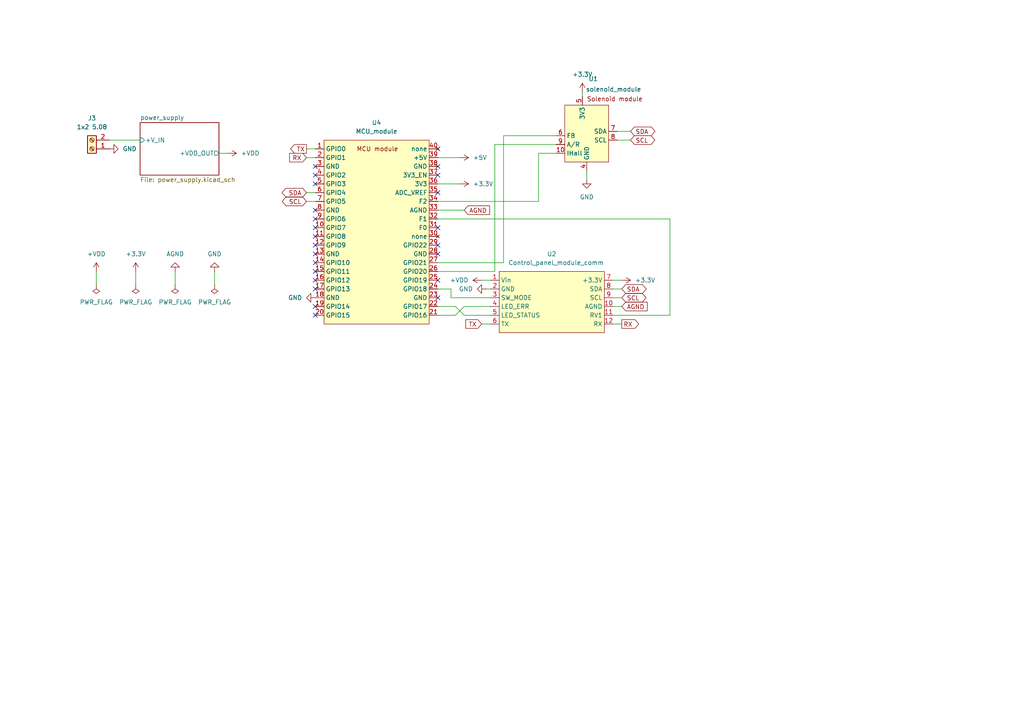
<source format=kicad_sch>
(kicad_sch (version 20250114) (generator "eeschema") (generator_version "9.0")
  (paper "A4")
  (lib_symbols
    (symbol "Connector:Screw_Terminal_01x02" (pin_names (offset 1.016) (hide yes))
      (property "Reference" "J" (at 0 2.54 0))
      (property "Value" "Screw_Terminal_01x02" (at 0 -5.08 0))
      (symbol "Screw_Terminal_01x02_1_1"
        (rectangle (start -1.27 1.27) (end 1.27 -3.81) (stroke (width 0.254)) (fill (type background)))
        (polyline (pts (xy -0.5334 0.3302) (xy 0.3302 -0.508)) (stroke (width 0.1524)))
        (polyline (pts (xy -0.5334 -2.2098) (xy 0.3302 -3.048)) (stroke (width 0.1524)))
        (polyline (pts (xy -0.3556 0.508) (xy 0.508 -0.3302)) (stroke (width 0.1524)))
        (polyline (pts (xy -0.3556 -2.032) (xy 0.508 -2.8702)) (stroke (width 0.1524)))
        (circle (center 0 0) (radius 0.635) (stroke (width 0.1524)))
        (circle (center 0 -2.54) (radius 0.635) (stroke (width 0.1524)))
        (pin passive line (at -5.08 0 0) (length 3.81) (name "Pin_1") (number "1"))
        (pin passive line (at -5.08 -2.54 0) (length 3.81) (name "Pin_2") (number "2"))
      )
    )
    (symbol "MCU_module:MCU_module"
      (property "Reference" "U" (at 0 29.464 0))
      (property "Value" "MCU_module" (at 0 0 0))
      (symbol "MCU_module_0_1"
        (rectangle (start -15.24 27.94) (end 15.24 -25.4) (fill (type background)))
      )
      (symbol "MCU_module_1_0"
        (text "MCU module\n" (at 0.254 25.4 0) (effects (font (size 1.27 1.27))))
      )
      (symbol "MCU_module_1_1"
        (pin bidirectional line (at -17.78 25.4 0) (length 2.54) (name "GPIO0") (number "1"))
        (pin bidirectional line (at -17.78 22.86 0) (length 2.54) (name "GPIO1") (number "2"))
        (pin power_in line (at -17.78 20.32 0) (length 2.54) (name "GND") (number "3"))
        (pin bidirectional line (at -17.78 17.78 0) (length 2.54) (name "GPIO2") (number "4"))
        (pin bidirectional line (at -17.78 15.24 0) (length 2.54) (name "GPIO3") (number "5"))
        (pin bidirectional line (at -17.78 12.7 0) (length 2.54) (name "GPIO4") (number "6"))
        (pin bidirectional line (at -17.78 10.16 0) (length 2.54) (name "GPIO5") (number "7"))
        (pin power_in line (at -17.78 7.62 0) (length 2.54) (name "GND") (number "8"))
        (pin bidirectional line (at -17.78 5.08 0) (length 2.54) (name "GPIO6") (number "9"))
        (pin bidirectional line (at -17.78 2.54 0) (length 2.54) (name "GPIO7") (number "10"))
        (pin bidirectional line (at -17.78 0 0) (length 2.54) (name "GPIO8") (number "11"))
        (pin bidirectional line (at -17.78 -2.54 0) (length 2.54) (name "GPIO9") (number "12"))
        (pin power_in line (at -17.78 -5.08 0) (length 2.54) (name "GND") (number "13"))
        (pin bidirectional line (at -17.78 -7.62 0) (length 2.54) (name "GPIO10") (number "14"))
        (pin bidirectional line (at -17.78 -10.16 0) (length 2.54) (name "GPIO11") (number "15"))
        (pin bidirectional line (at -17.78 -12.7 0) (length 2.54) (name "GPIO12") (number "16"))
        (pin bidirectional line (at -17.78 -15.24 0) (length 2.54) (name "GPIO13") (number "17"))
        (pin power_in line (at -17.78 -17.78 0) (length 2.54) (name "GND") (number "18"))
        (pin bidirectional line (at -17.78 -20.32 0) (length 2.54) (name "GPIO14") (number "19"))
        (pin bidirectional line (at -17.78 -22.86 0) (length 2.54) (name "GPIO15") (number "20"))
        (pin no_connect line (at 17.78 25.4 180) (length 2.54) (name "none") (number "40"))
        (pin power_in line (at 17.78 22.86 180) (length 2.54) (name "+5V") (number "39"))
        (pin bidirectional line (at 17.78 20.32 180) (length 2.54) (name "GND") (number "38"))
        (pin input line (at 17.78 17.78 180) (length 2.54) (name "3V3_EN") (number "37"))
        (pin power_in line (at 17.78 15.24 180) (length 2.54) (name "3V3") (number "36"))
        (pin power_in line (at 17.78 12.7 180) (length 2.54) (name "ADC_VREF") (number "35"))
        (pin bidirectional line (at 17.78 10.16 180) (length 2.54) (name "F2") (number "34"))
        (pin power_in line (at 17.78 7.62 180) (length 2.54) (name "AGND") (number "33"))
        (pin bidirectional line (at 17.78 5.08 180) (length 2.54) (name "F1") (number "32"))
        (pin bidirectional line (at 17.78 2.54 180) (length 2.54) (name "F0") (number "31"))
        (pin no_connect line (at 17.78 0 180) (length 2.54) (name "none") (number "30"))
        (pin bidirectional line (at 17.78 -2.54 180) (length 2.54) (name "GPIO22") (number "29"))
        (pin power_in line (at 17.78 -5.08 180) (length 2.54) (name "GND") (number "28"))
        (pin bidirectional line (at 17.78 -7.62 180) (length 2.54) (name "GPIO21") (number "27"))
        (pin bidirectional line (at 17.78 -10.16 180) (length 2.54) (name "GPIO20") (number "26"))
        (pin bidirectional line (at 17.78 -12.7 180) (length 2.54) (name "GPIO19") (number "25"))
        (pin bidirectional line (at 17.78 -15.24 180) (length 2.54) (name "GPIO18") (number "24"))
        (pin power_in line (at 17.78 -17.78 180) (length 2.54) (name "GND") (number "23"))
        (pin bidirectional line (at 17.78 -20.32 180) (length 2.54) (name "GPIO17") (number "22"))
        (pin bidirectional line (at 17.78 -22.86 180) (length 2.54) (name "GPIO16") (number "21"))
      )
    )
    (symbol "control_panel_module:control_panel_module"
      (property "Reference" "U" (at 0 1.27 0))
      (property "Value" "Control_panel_module" (at 0 9.906 0))
      (symbol "control_panel_module_1_1"
        (rectangle (start -15.24 8.89) (end 15.24 -8.89) (fill (type background)))
        (pin input line (at -17.78 6.35 0) (length 2.54) (name "Vin") (number "1"))
        (pin power_in line (at -17.78 3.81 0) (length 2.54) (name "GND") (number "2"))
        (pin passive line (at -17.78 1.27 0) (length 2.54) (name "SW_MODE") (number "3"))
        (pin passive line (at -17.78 -1.27 0) (length 2.54) (name "LED_ERR") (number "4"))
        (pin passive line (at -17.78 -3.81 0) (length 2.54) (name "LED_STATUS") (number "5"))
        (pin bidirectional line (at -17.78 -6.35 0) (length 2.54) (name "TX") (number "6"))
        (pin power_in line (at 17.78 6.35 180) (length 2.54) (name "+3.3V") (number "7"))
        (pin bidirectional line (at 17.78 3.81 180) (length 2.54) (name "SDA") (number "8"))
        (pin bidirectional line (at 17.78 1.27 180) (length 2.54) (name "SCL") (number "9"))
        (pin power_in line (at 17.78 -1.27 180) (length 2.54) (name "AGND") (number "10"))
        (pin passive line (at 17.78 -3.81 180) (length 2.54) (name "RV1") (number "11"))
        (pin bidirectional line (at 17.78 -6.35 180) (length 2.54) (name "RX") (number "12"))
      )
    )
    (symbol "power:+12V" (power) (pin_numbers (hide yes)) (pin_names (offset 0) (hide yes))
      (property "Value" "+12V" (at 0 3.556 0))
      (symbol "+12V_0_1"
        (polyline (pts (xy -0.762 1.27) (xy 0 2.54)))
        (polyline (pts (xy 0 2.54) (xy 0.762 1.27)))
        (polyline (pts (xy 0 0) (xy 0 2.54)))
      )
      (symbol "+12V_1_1"
        (pin power_in line (at 0 0 90) (length 0) (name "~") (number "1"))
      )
    )
    (symbol "power:+5V" (power) (pin_numbers (hide yes)) (pin_names (offset 0) (hide yes))
      (property "Value" "+5V" (at 0 3.556 0))
      (symbol "+5V_0_1"
        (polyline (pts (xy -0.762 1.27) (xy 0 2.54)))
        (polyline (pts (xy 0 2.54) (xy 0.762 1.27)))
        (polyline (pts (xy 0 0) (xy 0 2.54)))
      )
      (symbol "+5V_1_1"
        (pin power_in line (at 0 0 90) (length 0) (name "~") (number "1"))
      )
    )
    (symbol "power:GND" (power) (pin_numbers (hide yes)) (pin_names (offset 0) (hide yes))
      (property "Value" "GND" (at 0 -3.81 0))
      (symbol "GND_0_1"
        (polyline (pts (xy 0 0) (xy 0 -1.27) (xy 1.27 -1.27) (xy 0 -2.54) (xy -1.27 -1.27) (xy 0 -1.27)))
      )
      (symbol "GND_1_1"
        (pin power_in line (at 0 0 270) (length 0) (name "~") (number "1"))
      )
    )
    (symbol "power:GND1" (power) (pin_numbers (hide yes)) (pin_names (offset 0) (hide yes))
      (property "Value" "GND1" (at 0 -3.81 0))
      (symbol "GND1_0_1"
        (polyline (pts (xy 0 0) (xy 0 -1.27) (xy 1.27 -1.27) (xy 0 -2.54) (xy -1.27 -1.27) (xy 0 -1.27)))
      )
      (symbol "GND1_1_1"
        (pin power_in line (at 0 0 270) (length 0) (name "~") (number "1"))
      )
    )
    (symbol "power:PWR_FLAG" (power) (pin_numbers (hide yes)) (pin_names (offset 0) (hide yes))
      (property "Value" "PWR_FLAG" (at 0 3.81 0))
      (symbol "PWR_FLAG_0_0"
        (pin power_out line (at 0 0 90) (length 0) (name "~") (number "1"))
      )
      (symbol "PWR_FLAG_0_1"
        (polyline (pts (xy 0 0) (xy 0 1.27) (xy -1.016 1.905) (xy 0 2.54) (xy 1.016 1.905) (xy 0 1.27)))
      )
    )
    (symbol "solenoid_module:Solenoid_module"
      (property "Reference" "U" (at 0 -0.254 0))
      (symbol "Solenoid_module_1_1"
        (rectangle (start -6.35 8.89) (end 6.35 -7.62) (fill (type background)))
        (text "Solenoid module" (at 8.128 10.668 0) (effects (font (size 1.27 1.27))))
        (pin no_connect line (at -8.89 6.35 0) (length 2.54) (hide yes) (name "None") (number "1"))
        (pin no_connect line (at -8.89 5.08 0) (length 2.54) (hide yes) (name "None") (number "2"))
        (pin no_connect line (at -8.89 3.81 0) (length 2.54) (hide yes) (name "None") (number "3"))
        (pin passive line (at -8.89 0 0) (length 2.54) (name "FB") (number "6"))
        (pin passive line (at -8.89 -2.54 0) (length 2.54) (name "A/R") (number "9"))
        (pin passive line (at -8.89 -5.08 0) (length 2.54) (name "IHall") (number "10"))
        (pin power_in line (at -1.27 11.43 270) (length 2.54) (name "3V3") (number "5"))
        (pin power_in line (at 0 -10.16 90) (length 2.54) (name "GND") (number "4"))
        (pin bidirectional line (at 8.89 1.27 180) (length 2.54) (name "SDA") (number "7"))
        (pin bidirectional line (at 8.89 -1.27 180) (length 2.54) (name "SCL") (number "8"))
      )
    )
  )
  (no_connect (at 91.44 73.66))
  (no_connect (at 91.44 68.58))
  (no_connect (at 127 81.28))
  (no_connect (at 91.44 60.96))
  (no_connect (at 127 55.88))
  (no_connect (at 91.44 63.5))
  (no_connect (at 91.44 48.26))
  (no_connect (at 127 71.12))
  (no_connect (at 127 66.04))
  (no_connect (at 127 48.26))
  (no_connect (at 127 86.36))
  (no_connect (at 91.44 71.12))
  (no_connect (at 127 50.8))
  (no_connect (at 91.44 76.2))
  (no_connect (at 91.44 91.44))
  (no_connect (at 91.44 50.8))
  (no_connect (at 127 73.66))
  (no_connect (at 91.44 53.34))
  (no_connect (at 91.44 78.74))
  (no_connect (at 91.44 81.28))
  (no_connect (at 91.44 83.82))
  (no_connect (at 127 43.18))
  (no_connect (at 91.44 66.04))
  (no_connect (at 91.44 88.9))
  (wire (pts (xy 180.34 93.98) (xy 177.8 93.98)))
  (wire (pts (xy 177.8 86.36) (xy 180.34 86.36)))
  (wire (pts (xy 127 76.2) (xy 146.05 76.2)))
  (wire (pts (xy 139.7 93.98) (xy 142.24 93.98)))
  (wire (pts (xy 194.31 91.44) (xy 194.31 63.5)))
  (wire (pts (xy 142.24 83.82) (xy 140.97 83.82)))
  (wire (pts (xy 161.29 39.37) (xy 146.05 39.37)))
  (wire (pts (xy 142.24 86.36) (xy 130.81 86.36)))
  (wire (pts (xy 179.07 40.64) (xy 182.88 40.64)))
  (wire (pts (xy 143.51 78.74) (xy 127 78.74)))
  (wire (pts (xy 179.07 38.1) (xy 182.88 38.1)))
  (wire (pts (xy 177.8 83.82) (xy 180.34 83.82)))
  (wire (pts (xy 156.21 44.45) (xy 156.21 58.42)))
  (wire (pts (xy 127 88.9) (xy 132.08 88.9)))
  (wire (pts (xy 127 53.34) (xy 133.35 53.34)))
  (wire (pts (xy 139.7 81.28) (xy 142.24 81.28)))
  (wire (pts (xy 88.9 43.18) (xy 91.44 43.18)))
  (wire (pts (xy 134.62 88.9) (xy 142.24 88.9)))
  (wire (pts (xy 168.91 26.67) (xy 168.91 27.94)))
  (wire (pts (xy 134.62 91.44) (xy 132.08 88.9)))
  (wire (pts (xy 62.23 78.74) (xy 62.23 82.55)))
  (wire (pts (xy 132.08 91.44) (xy 134.62 88.9)))
  (wire (pts (xy 88.9 45.72) (xy 91.44 45.72)))
  (wire (pts (xy 88.9 55.88) (xy 91.44 55.88)))
  (wire (pts (xy 177.8 88.9) (xy 180.34 88.9)))
  (wire (pts (xy 170.18 49.53) (xy 170.18 52.07)))
  (wire (pts (xy 161.29 41.91) (xy 143.51 41.91)))
  (wire (pts (xy 130.81 83.82) (xy 127 83.82)))
  (wire (pts (xy 88.9 58.42) (xy 91.44 58.42)))
  (wire (pts (xy 127 91.44) (xy 132.08 91.44)))
  (wire (pts (xy 177.8 91.44) (xy 194.31 91.44)))
  (wire (pts (xy 63.5 44.45) (xy 66.04 44.45)))
  (wire (pts (xy 27.94 78.74) (xy 27.94 82.55)))
  (wire (pts (xy 127 45.72) (xy 133.35 45.72)))
  (wire (pts (xy 194.31 63.5) (xy 127 63.5)))
  (wire (pts (xy 127 60.96) (xy 134.62 60.96)))
  (wire (pts (xy 177.8 81.28) (xy 180.34 81.28)))
  (wire (pts (xy 142.24 91.44) (xy 134.62 91.44)))
  (wire (pts (xy 130.81 86.36) (xy 130.81 83.82)))
  (wire (pts (xy 156.21 44.45) (xy 161.29 44.45)))
  (wire (pts (xy 39.37 78.74) (xy 39.37 82.55)))
  (wire (pts (xy 50.8 78.74) (xy 50.8 82.55)))
  (wire (pts (xy 156.21 58.42) (xy 127 58.42)))
  (wire (pts (xy 143.51 41.91) (xy 143.51 78.74)))
  (wire (pts (xy 31.75 40.64) (xy 40.64 40.64)))
  (wire (pts (xy 146.05 76.2) (xy 146.05 39.37)))
  (global_label "AGND" (shape input) (at 180.34 88.9 0) (property "Intersheetrefs" "${INTERSHEET_REFS}" (effects (hide yes))))
  (global_label "SDA" (shape bidirectional) (at 88.9 55.88 180) (property "Intersheetrefs" "${INTERSHEET_REFS}" (effects (hide yes))))
  (global_label "SCL" (shape bidirectional) (at 88.9 58.42 180) (property "Intersheetrefs" "${INTERSHEET_REFS}" (effects (hide yes))))
  (global_label "AGND" (shape input) (at 134.62 60.96 0) (property "Intersheetrefs" "${INTERSHEET_REFS}" (effects (hide yes))))
  (global_label "TX" (shape input) (at 139.7 93.98 180) (property "Intersheetrefs" "${INTERSHEET_REFS}" (effects (hide yes))))
  (global_label "RX" (shape input) (at 88.9 45.72 180) (property "Intersheetrefs" "${INTERSHEET_REFS}" (effects (hide yes))))
  (global_label "RX" (shape output) (at 180.34 93.98 0) (property "Intersheetrefs" "${INTERSHEET_REFS}" (effects (hide yes))))
  (global_label "SDA" (shape bidirectional) (at 180.34 83.82 0) (property "Intersheetrefs" "${INTERSHEET_REFS}" (effects (hide yes))))
  (global_label "SCL" (shape bidirectional) (at 182.88 40.64 0) (property "Intersheetrefs" "${INTERSHEET_REFS}" (effects (hide yes))))
  (global_label "TX" (shape output) (at 88.9 43.18 180) (property "Intersheetrefs" "${INTERSHEET_REFS}" (effects (hide yes))))
  (global_label "SCL" (shape bidirectional) (at 180.34 86.36 0) (property "Intersheetrefs" "${INTERSHEET_REFS}" (effects (hide yes))))
  (global_label "SDA" (shape bidirectional) (at 182.88 38.1 0) (property "Intersheetrefs" "${INTERSHEET_REFS}" (effects (hide yes))))
  (symbol (lib_id "power:GND") (at 91.44 86.36 270) (unit 1)
    (property "Reference" "#PWR022" (effects (hide yes)))
    (property "Value" "GND" (at 87.63 86.3599 90) (effects (justify right)))
    (property "Description" "Power symbol creates a global label with name \"GND\" , ground" (effects (hide yes)))
  )
  (symbol (lib_id "power:GND1") (at 170.18 52.07 0) (unit 1)
    (property "Reference" "#PWR01" (effects (hide yes)))
    (property "Value" "GND" (at 170.18 57.15 0))
    (property "Description" "Power symbol creates a global label with name \"GND1\" , ground" (effects (hide yes)))
  )
  (symbol (lib_id "power:+12V") (at 27.94 78.74 0) (unit 1)
    (property "Reference" "#PWR024" (effects (hide yes)))
    (property "Value" "+VDD" (at 27.94 73.66 0))
    (property "Description" "Power symbol creates a global label with name \"+12V\"" (effects (hide yes)))
  )
  (symbol (lib_id "power:+12V") (at 139.7 81.28 90) (unit 1)
    (property "Reference" "#PWR026" (effects (hide yes)))
    (property "Value" "+VDD" (at 135.89 81.2799 90) (effects (justify left)))
    (property "Description" "Power symbol creates a global label with name \"+12V\"" (effects (hide yes)))
  )
  (symbol (lib_id "power:+5V") (at 39.37 78.74 0) (unit 1)
    (property "Reference" "#PWR038" (effects (hide yes)))
    (property "Value" "+3.3V" (at 39.37 73.66 0))
    (property "Description" "Power symbol creates a global label with name \"+5V\"" (effects (hide yes)))
  )
  (symbol (lib_id "power:+5V") (at 168.91 26.67 0) (unit 1)
    (property "Reference" "#PWR02" (effects (hide yes)))
    (property "Value" "+3.3V" (at 168.91 21.59 0))
    (property "Description" "Power symbol creates a global label with name \"+5V\"" (effects (hide yes)))
  )
  (symbol (lib_id "power:PWR_FLAG") (at 27.94 82.55 180) (unit 1)
    (property "Reference" "#FLG02" (effects (hide yes)))
    (property "Value" "PWR_FLAG" (at 27.94 87.63 0))
    (property "Description" "Special symbol for telling ERC where power comes from" (effects (hide yes)))
  )
  (symbol (lib_id "power:+5V") (at 133.35 53.34 270) (unit 1)
    (property "Reference" "#PWR017" (effects (hide yes)))
    (property "Value" "+3.3V" (at 137.16 53.3399 90) (effects (justify left)))
    (property "Description" "Power symbol creates a global label with name \"+5V\"" (effects (hide yes)))
  )
  (symbol (lib_id "power:GND") (at 31.75 43.18 90) (unit 1)
    (property "Reference" "#PWR041" (effects (hide yes)))
    (property "Value" "GND" (at 35.56 43.1799 90) (effects (justify right)))
    (property "Description" "Power symbol creates a global label with name \"GND\" , ground" (effects (hide yes)))
  )
  (symbol (lib_id "power:GND") (at 140.97 83.82 270) (unit 1)
    (property "Reference" "#PWR020" (effects (hide yes)))
    (property "Value" "GND" (at 137.16 83.8199 90) (effects (justify right)))
    (property "Description" "Power symbol creates a global label with name \"GND\" , ground" (effects (hide yes)))
  )
  (symbol (lib_id "control_panel_module:control_panel_module") (at 160.02 87.63 0) (unit 1)
    (property "Reference" "U2" (at 160.02 73.66 0))
    (property "Value" "Control_panel_module_comm" (at 161.29 76.2 0))
    (property "Footprint" "Library:control_panel_module" (effects (hide yes)))
  )
  (symbol (lib_id "power:GND1") (at 50.8 78.74 180) (unit 1)
    (property "Reference" "#PWR039" (effects (hide yes)))
    (property "Value" "AGND" (at 50.8 73.66 0))
    (property "Description" "Power symbol creates a global label with name \"GND1\" , ground" (effects (hide yes)))
  )
  (symbol (lib_id "power:GND1") (at 62.23 78.74 180) (unit 1)
    (property "Reference" "#PWR040" (effects (hide yes)))
    (property "Value" "GND" (at 62.23 73.66 0))
    (property "Description" "Power symbol creates a global label with name \"GND1\" , ground" (effects (hide yes)))
  )
  (symbol (lib_id "power:+5V") (at 133.35 45.72 270) (unit 1)
    (property "Reference" "#PWR042" (effects (hide yes)))
    (property "Value" "+5V" (at 137.16 45.7199 90) (effects (justify left)))
    (property "Description" "Power symbol creates a global label with name \"+5V\"" (effects (hide yes)))
  )
  (symbol (lib_id "power:PWR_FLAG") (at 50.8 82.55 180) (unit 1)
    (property "Reference" "#FLG05" (effects (hide yes)))
    (property "Value" "PWR_FLAG" (at 50.8 87.63 0))
    (property "Description" "Special symbol for telling ERC where power comes from" (effects (hide yes)))
  )
  (symbol (lib_id "solenoid_module:Solenoid_module") (at 170.18 39.37 0) (unit 1)
    (property "Reference" "U1" (at 170.688 22.86 0) (effects (justify left)))
    (property "Value" "solenoid_module" (at 169.926 25.908 0) (effects (justify left)))
    (property "Footprint" "solenoid_module:solenoid_module" (effects (hide yes)))
  )
  (symbol (lib_id "power:PWR_FLAG") (at 62.23 82.55 180) (unit 1)
    (property "Reference" "#FLG06" (effects (hide yes)))
    (property "Value" "PWR_FLAG" (at 62.23 87.63 0))
    (property "Description" "Special symbol for telling ERC where power comes from" (effects (hide yes)))
  )
  (symbol (lib_id "Connector:Screw_Terminal_01x02") (at 26.67 43.18 180) (unit 1)
    (property "Reference" "J3" (at 26.67 34.29 0))
    (property "Value" "1x2 5.08" (at 26.67 36.83 0))
    (property "Footprint" "TerminalBlock_MetzConnect:TerminalBlock_MetzConnect_Type101_RT01602HBWC_1x02_P5.08mm_Horizontal" (effects (hide yes)))
    (property "Description" "CUSTOM" (effects (hide yes)))
    (property "Manufacturer Part Number" "TB0012-508-02GR" (effects (hide yes)))
    (property "Mouser Part Number" "179-TB0012-508-02GR" (effects (hide yes)))
  )
  (symbol (lib_id "power:+5V") (at 180.34 81.28 270) (unit 1)
    (property "Reference" "#PWR018" (effects (hide yes)))
    (property "Value" "+3.3V" (at 184.15 81.2799 90) (effects (justify left)))
    (property "Description" "Power symbol creates a global label with name \"+5V\"" (effects (hide yes)))
  )
  (symbol (lib_id "power:+12V") (at 66.04 44.45 270) (unit 1)
    (property "Reference" "#PWR025" (effects (hide yes)))
    (property "Value" "+VDD" (at 69.85 44.4499 90) (effects (justify left)))
    (property "Description" "Power symbol creates a global label with name \"+12V\"" (effects (hide yes)))
  )
  (symbol (lib_id "power:PWR_FLAG") (at 39.37 82.55 180) (unit 1)
    (property "Reference" "#FLG04" (effects (hide yes)))
    (property "Value" "PWR_FLAG" (at 39.37 87.63 0))
    (property "Description" "Special symbol for telling ERC where power comes from" (effects (hide yes)))
  )
  (symbol (lib_id "MCU_module:MCU_module") (at 109.22 68.58 0) (unit 1)
    (property "Reference" "U4" (at 109.22 35.56 0))
    (property "Value" "MCU_module" (at 109.22 38.1 0))
    (property "Footprint" "MCU_module:MCU_module" (effects (hide yes)))
  )
  (sheet (at 40.64 35.56) (size 22.86 15.24) (stroke (width 0.1524))
    (property "Sheetname" "power_supply" (at 40.64 34.8484 0) (effects (justify left bottom)))
    (property "Sheetfile" "power_supply.kicad_sch" (at 40.64 51.3846 0) (effects (justify left top)))
    (pin "+VDD_OUT" output (at 63.5 44.45 0))
    (pin "+V_IN" input (at 40.64 40.64 180))
  )
)
</source>
